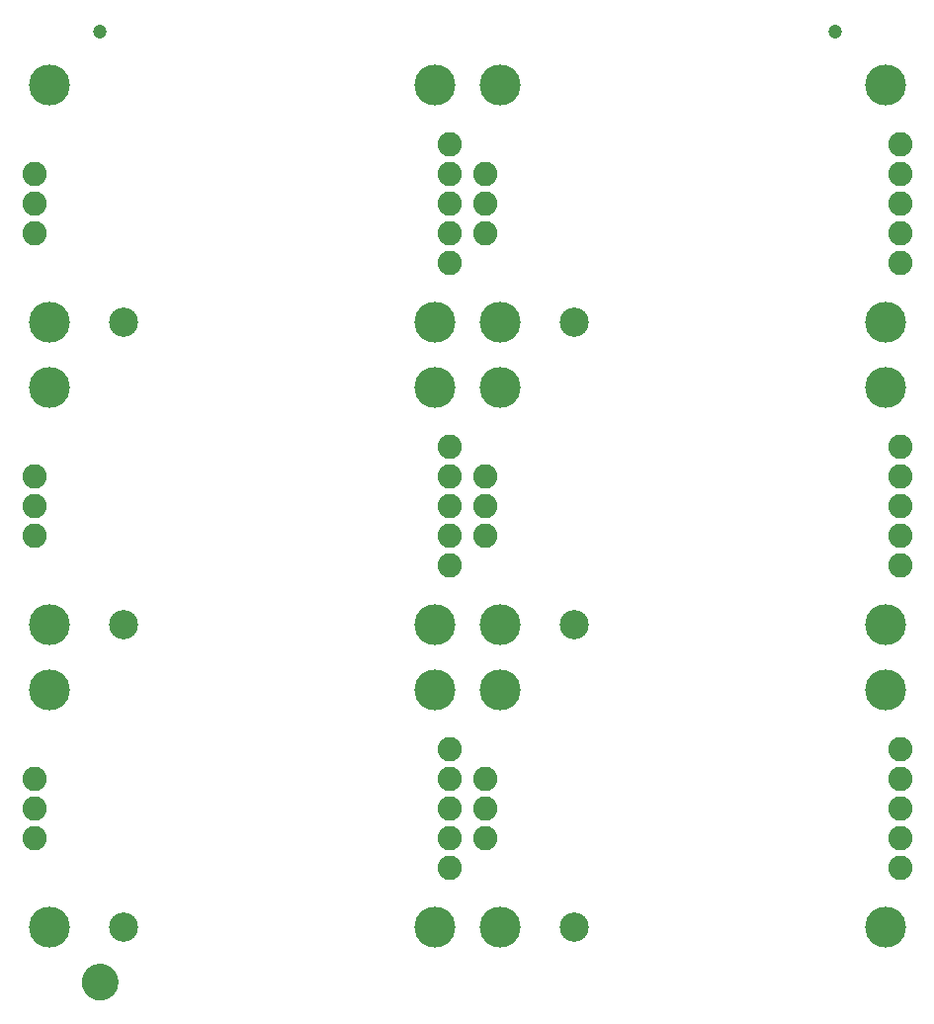
<source format=gbs>
G75*
%MOIN*%
%OFA0B0*%
%FSLAX25Y25*%
%IPPOS*%
%LPD*%
%AMOC8*
5,1,8,0,0,1.08239X$1,22.5*
%
%ADD10C,0.08200*%
%ADD11C,0.13800*%
%ADD12C,0.09855*%
%ADD13C,0.04737*%
%ADD14C,0.05000*%
%ADD15C,0.06706*%
D10*
X0033750Y0068750D03*
X0033750Y0078750D03*
X0033750Y0088750D03*
X0033750Y0170750D03*
X0033750Y0180750D03*
X0033750Y0190750D03*
X0033750Y0272750D03*
X0033750Y0282750D03*
X0033750Y0292750D03*
X0173750Y0292750D03*
X0173750Y0282750D03*
X0185750Y0282750D03*
X0185750Y0292750D03*
X0173750Y0302750D03*
X0173750Y0272750D03*
X0173750Y0262750D03*
X0185750Y0272750D03*
X0173750Y0200750D03*
X0173750Y0190750D03*
X0173750Y0180750D03*
X0185750Y0180750D03*
X0185750Y0190750D03*
X0185750Y0170750D03*
X0173750Y0170750D03*
X0173750Y0160750D03*
X0173750Y0098750D03*
X0173750Y0088750D03*
X0185750Y0088750D03*
X0185750Y0078750D03*
X0185750Y0068750D03*
X0173750Y0068750D03*
X0173750Y0078750D03*
X0173750Y0058750D03*
X0325750Y0058750D03*
X0325750Y0068750D03*
X0325750Y0078750D03*
X0325750Y0088750D03*
X0325750Y0098750D03*
X0325750Y0160750D03*
X0325750Y0170750D03*
X0325750Y0180750D03*
X0325750Y0190750D03*
X0325750Y0200750D03*
X0325750Y0262750D03*
X0325750Y0272750D03*
X0325750Y0282750D03*
X0325750Y0292750D03*
X0325750Y0302750D03*
D11*
X0038750Y0038750D03*
X0038750Y0118750D03*
X0038750Y0140750D03*
X0038750Y0220750D03*
X0038750Y0242750D03*
X0038750Y0322750D03*
X0168750Y0322750D03*
X0190750Y0322750D03*
X0190750Y0242750D03*
X0190750Y0220750D03*
X0168750Y0220750D03*
X0168750Y0242750D03*
X0168750Y0140750D03*
X0190750Y0140750D03*
X0190750Y0118750D03*
X0168750Y0118750D03*
X0168750Y0038750D03*
X0190750Y0038750D03*
X0320750Y0038750D03*
X0320750Y0118750D03*
X0320750Y0140750D03*
X0320750Y0220750D03*
X0320750Y0242750D03*
X0320750Y0322750D03*
D12*
X0215750Y0242750D03*
X0215750Y0140750D03*
X0215750Y0038750D03*
X0063750Y0038750D03*
X0063750Y0140750D03*
X0063750Y0242750D03*
D13*
X0055750Y0341000D03*
X0303750Y0341000D03*
D14*
X0052185Y0020500D02*
X0052187Y0020619D01*
X0052193Y0020738D01*
X0052203Y0020857D01*
X0052217Y0020975D01*
X0052235Y0021093D01*
X0052256Y0021210D01*
X0052282Y0021326D01*
X0052312Y0021442D01*
X0052345Y0021556D01*
X0052382Y0021669D01*
X0052423Y0021781D01*
X0052468Y0021892D01*
X0052516Y0022001D01*
X0052568Y0022108D01*
X0052624Y0022213D01*
X0052683Y0022317D01*
X0052745Y0022418D01*
X0052811Y0022518D01*
X0052880Y0022615D01*
X0052952Y0022709D01*
X0053028Y0022802D01*
X0053106Y0022891D01*
X0053187Y0022978D01*
X0053272Y0023063D01*
X0053359Y0023144D01*
X0053448Y0023222D01*
X0053541Y0023298D01*
X0053635Y0023370D01*
X0053732Y0023439D01*
X0053832Y0023505D01*
X0053933Y0023567D01*
X0054037Y0023626D01*
X0054142Y0023682D01*
X0054249Y0023734D01*
X0054358Y0023782D01*
X0054469Y0023827D01*
X0054581Y0023868D01*
X0054694Y0023905D01*
X0054808Y0023938D01*
X0054924Y0023968D01*
X0055040Y0023994D01*
X0055157Y0024015D01*
X0055275Y0024033D01*
X0055393Y0024047D01*
X0055512Y0024057D01*
X0055631Y0024063D01*
X0055750Y0024065D01*
X0055869Y0024063D01*
X0055988Y0024057D01*
X0056107Y0024047D01*
X0056225Y0024033D01*
X0056343Y0024015D01*
X0056460Y0023994D01*
X0056576Y0023968D01*
X0056692Y0023938D01*
X0056806Y0023905D01*
X0056919Y0023868D01*
X0057031Y0023827D01*
X0057142Y0023782D01*
X0057251Y0023734D01*
X0057358Y0023682D01*
X0057463Y0023626D01*
X0057567Y0023567D01*
X0057668Y0023505D01*
X0057768Y0023439D01*
X0057865Y0023370D01*
X0057959Y0023298D01*
X0058052Y0023222D01*
X0058141Y0023144D01*
X0058228Y0023063D01*
X0058313Y0022978D01*
X0058394Y0022891D01*
X0058472Y0022802D01*
X0058548Y0022709D01*
X0058620Y0022615D01*
X0058689Y0022518D01*
X0058755Y0022418D01*
X0058817Y0022317D01*
X0058876Y0022213D01*
X0058932Y0022108D01*
X0058984Y0022001D01*
X0059032Y0021892D01*
X0059077Y0021781D01*
X0059118Y0021669D01*
X0059155Y0021556D01*
X0059188Y0021442D01*
X0059218Y0021326D01*
X0059244Y0021210D01*
X0059265Y0021093D01*
X0059283Y0020975D01*
X0059297Y0020857D01*
X0059307Y0020738D01*
X0059313Y0020619D01*
X0059315Y0020500D01*
X0059313Y0020381D01*
X0059307Y0020262D01*
X0059297Y0020143D01*
X0059283Y0020025D01*
X0059265Y0019907D01*
X0059244Y0019790D01*
X0059218Y0019674D01*
X0059188Y0019558D01*
X0059155Y0019444D01*
X0059118Y0019331D01*
X0059077Y0019219D01*
X0059032Y0019108D01*
X0058984Y0018999D01*
X0058932Y0018892D01*
X0058876Y0018787D01*
X0058817Y0018683D01*
X0058755Y0018582D01*
X0058689Y0018482D01*
X0058620Y0018385D01*
X0058548Y0018291D01*
X0058472Y0018198D01*
X0058394Y0018109D01*
X0058313Y0018022D01*
X0058228Y0017937D01*
X0058141Y0017856D01*
X0058052Y0017778D01*
X0057959Y0017702D01*
X0057865Y0017630D01*
X0057768Y0017561D01*
X0057668Y0017495D01*
X0057567Y0017433D01*
X0057463Y0017374D01*
X0057358Y0017318D01*
X0057251Y0017266D01*
X0057142Y0017218D01*
X0057031Y0017173D01*
X0056919Y0017132D01*
X0056806Y0017095D01*
X0056692Y0017062D01*
X0056576Y0017032D01*
X0056460Y0017006D01*
X0056343Y0016985D01*
X0056225Y0016967D01*
X0056107Y0016953D01*
X0055988Y0016943D01*
X0055869Y0016937D01*
X0055750Y0016935D01*
X0055631Y0016937D01*
X0055512Y0016943D01*
X0055393Y0016953D01*
X0055275Y0016967D01*
X0055157Y0016985D01*
X0055040Y0017006D01*
X0054924Y0017032D01*
X0054808Y0017062D01*
X0054694Y0017095D01*
X0054581Y0017132D01*
X0054469Y0017173D01*
X0054358Y0017218D01*
X0054249Y0017266D01*
X0054142Y0017318D01*
X0054037Y0017374D01*
X0053933Y0017433D01*
X0053832Y0017495D01*
X0053732Y0017561D01*
X0053635Y0017630D01*
X0053541Y0017702D01*
X0053448Y0017778D01*
X0053359Y0017856D01*
X0053272Y0017937D01*
X0053187Y0018022D01*
X0053106Y0018109D01*
X0053028Y0018198D01*
X0052952Y0018291D01*
X0052880Y0018385D01*
X0052811Y0018482D01*
X0052745Y0018582D01*
X0052683Y0018683D01*
X0052624Y0018787D01*
X0052568Y0018892D01*
X0052516Y0018999D01*
X0052468Y0019108D01*
X0052423Y0019219D01*
X0052382Y0019331D01*
X0052345Y0019444D01*
X0052312Y0019558D01*
X0052282Y0019674D01*
X0052256Y0019790D01*
X0052235Y0019907D01*
X0052217Y0020025D01*
X0052203Y0020143D01*
X0052193Y0020262D01*
X0052187Y0020381D01*
X0052185Y0020500D01*
D15*
X0055750Y0020500D03*
M02*

</source>
